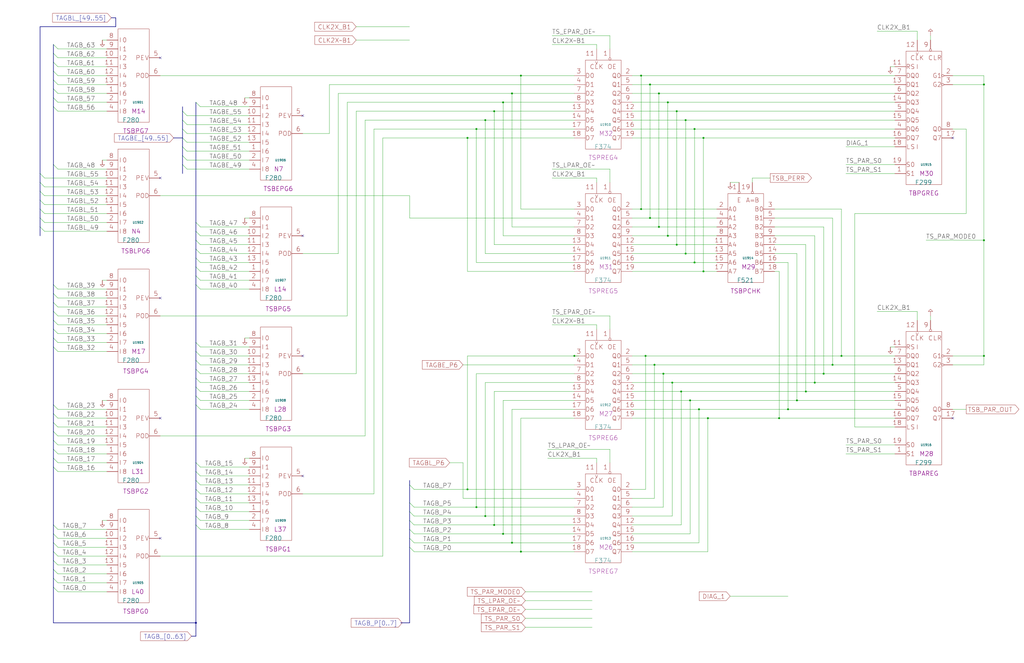
<source format=kicad_sch>
(kicad_sch (version 20211123) (generator eeschema)
  (paper "User" 584.2 378.46)
  (title_block (title "TAGBCOMP\\nPARITY") (date "08-MAR-90") (rev "0.0") (comment 1 "MEM32 BOARD") (comment 2 "232-003066") (comment 3 "S400") (comment 4 "RELEASED"))
  (bus (pts (xy 104.14 60.96) (xy 104.14 63.5)))
  (bus (pts (xy 104.14 63.5) (xy 104.14 68.58)))
  (bus (pts (xy 104.14 68.58) (xy 104.14 73.66)))
  (bus (pts (xy 104.14 73.66) (xy 104.14 78.74)))
  (bus (pts (xy 104.14 78.74) (xy 104.14 83.82)))
  (bus (pts (xy 104.14 83.82) (xy 104.14 88.9)))
  (bus (pts (xy 104.14 88.9) (xy 104.14 93.98)))
  (bus (pts (xy 104.14 93.98) (xy 104.14 99.06)))
  (bus (pts (xy 109.22 363.22) (xy 111.76 363.22)))
  (bus (pts (xy 111.76 127) (xy 111.76 132.08)))
  (bus (pts (xy 111.76 132.08) (xy 111.76 137.16)))
  (bus (pts (xy 111.76 137.16) (xy 111.76 142.24)))
  (bus (pts (xy 111.76 142.24) (xy 111.76 147.32)))
  (bus (pts (xy 111.76 147.32) (xy 111.76 152.4)))
  (bus (pts (xy 111.76 152.4) (xy 111.76 157.48)))
  (bus (pts (xy 111.76 157.48) (xy 111.76 162.56)))
  (bus (pts (xy 111.76 162.56) (xy 111.76 195.58)))
  (bus (pts (xy 111.76 195.58) (xy 111.76 200.66)))
  (bus (pts (xy 111.76 200.66) (xy 111.76 205.74)))
  (bus (pts (xy 111.76 205.74) (xy 111.76 210.82)))
  (bus (pts (xy 111.76 210.82) (xy 111.76 215.9)))
  (bus (pts (xy 111.76 215.9) (xy 111.76 220.98)))
  (bus (pts (xy 111.76 220.98) (xy 111.76 226.06)))
  (bus (pts (xy 111.76 226.06) (xy 111.76 231.14)))
  (bus (pts (xy 111.76 231.14) (xy 111.76 264.16)))
  (bus (pts (xy 111.76 264.16) (xy 111.76 269.24)))
  (bus (pts (xy 111.76 269.24) (xy 111.76 274.32)))
  (bus (pts (xy 111.76 274.32) (xy 111.76 279.4)))
  (bus (pts (xy 111.76 279.4) (xy 111.76 284.48)))
  (bus (pts (xy 111.76 284.48) (xy 111.76 289.56)))
  (bus (pts (xy 111.76 289.56) (xy 111.76 294.64)))
  (bus (pts (xy 111.76 294.64) (xy 111.76 299.72)))
  (bus (pts (xy 111.76 299.72) (xy 111.76 355.6)))
  (bus (pts (xy 111.76 355.6) (xy 111.76 363.22)))
  (bus (pts (xy 111.76 58.42) (xy 111.76 127)))
  (bus (pts (xy 22.86 104.14) (xy 22.86 109.22)))
  (bus (pts (xy 22.86 109.22) (xy 22.86 114.3)))
  (bus (pts (xy 22.86 114.3) (xy 22.86 119.38)))
  (bus (pts (xy 22.86 119.38) (xy 22.86 124.46)))
  (bus (pts (xy 22.86 124.46) (xy 22.86 129.54)))
  (bus (pts (xy 22.86 129.54) (xy 22.86 134.62)))
  (bus (pts (xy 22.86 15.24) (xy 22.86 99.06)))
  (bus (pts (xy 22.86 99.06) (xy 22.86 104.14)))
  (bus (pts (xy 228.6 355.6) (xy 233.68 355.6)))
  (bus (pts (xy 233.68 274.32) (xy 233.68 276.86)))
  (bus (pts (xy 233.68 276.86) (xy 233.68 287.02)))
  (bus (pts (xy 233.68 287.02) (xy 233.68 292.1)))
  (bus (pts (xy 233.68 292.1) (xy 233.68 297.18)))
  (bus (pts (xy 233.68 297.18) (xy 233.68 302.26)))
  (bus (pts (xy 233.68 302.26) (xy 233.68 307.34)))
  (bus (pts (xy 233.68 307.34) (xy 233.68 312.42)))
  (bus (pts (xy 233.68 312.42) (xy 233.68 355.6)))
  (bus (pts (xy 30.48 162.56) (xy 30.48 167.64)))
  (bus (pts (xy 30.48 167.64) (xy 30.48 172.72)))
  (bus (pts (xy 30.48 172.72) (xy 30.48 177.8)))
  (bus (pts (xy 30.48 177.8) (xy 30.48 182.88)))
  (bus (pts (xy 30.48 182.88) (xy 30.48 187.96)))
  (bus (pts (xy 30.48 187.96) (xy 30.48 193.04)))
  (bus (pts (xy 30.48 193.04) (xy 30.48 198.12)))
  (bus (pts (xy 30.48 198.12) (xy 30.48 231.14)))
  (bus (pts (xy 30.48 231.14) (xy 30.48 236.22)))
  (bus (pts (xy 30.48 236.22) (xy 30.48 241.3)))
  (bus (pts (xy 30.48 241.3) (xy 30.48 246.38)))
  (bus (pts (xy 30.48 246.38) (xy 30.48 251.46)))
  (bus (pts (xy 30.48 25.4) (xy 30.48 30.48)))
  (bus (pts (xy 30.48 251.46) (xy 30.48 256.54)))
  (bus (pts (xy 30.48 256.54) (xy 30.48 261.62)))
  (bus (pts (xy 30.48 261.62) (xy 30.48 266.7)))
  (bus (pts (xy 30.48 266.7) (xy 30.48 299.72)))
  (bus (pts (xy 30.48 299.72) (xy 30.48 304.8)))
  (bus (pts (xy 30.48 30.48) (xy 30.48 35.56)))
  (bus (pts (xy 30.48 304.8) (xy 30.48 309.88)))
  (bus (pts (xy 30.48 309.88) (xy 30.48 314.96)))
  (bus (pts (xy 30.48 314.96) (xy 30.48 320.04)))
  (bus (pts (xy 30.48 320.04) (xy 30.48 325.12)))
  (bus (pts (xy 30.48 325.12) (xy 30.48 330.2)))
  (bus (pts (xy 30.48 330.2) (xy 30.48 335.28)))
  (bus (pts (xy 30.48 335.28) (xy 30.48 355.6)))
  (bus (pts (xy 30.48 35.56) (xy 30.48 40.64)))
  (bus (pts (xy 30.48 355.6) (xy 111.76 355.6)))
  (bus (pts (xy 30.48 40.64) (xy 30.48 45.72)))
  (bus (pts (xy 30.48 45.72) (xy 30.48 50.8)))
  (bus (pts (xy 30.48 50.8) (xy 30.48 55.88)))
  (bus (pts (xy 30.48 55.88) (xy 30.48 60.96)))
  (bus (pts (xy 30.48 60.96) (xy 30.48 93.98)))
  (bus (pts (xy 30.48 93.98) (xy 30.48 162.56)))
  (bus (pts (xy 63.5 10.16) (xy 66.04 10.16)))
  (bus (pts (xy 66.04 10.16) (xy 66.04 15.24)))
  (bus (pts (xy 66.04 15.24) (xy 22.86 15.24)))
  (bus (pts (xy 99.06 78.74) (xy 104.14 78.74)))
  (wire (pts (xy 106.68 66.04) (xy 142.24 66.04)))
  (wire (pts (xy 106.68 71.12) (xy 142.24 71.12)))
  (wire (pts (xy 106.68 76.2) (xy 142.24 76.2)))
  (wire (pts (xy 106.68 81.28) (xy 142.24 81.28)))
  (wire (pts (xy 106.68 86.36) (xy 142.24 86.36)))
  (wire (pts (xy 106.68 91.44) (xy 142.24 91.44)))
  (wire (pts (xy 106.68 96.52) (xy 142.24 96.52)))
  (wire (pts (xy 114.3 129.54) (xy 142.24 129.54)))
  (wire (pts (xy 114.3 134.62) (xy 142.24 134.62)))
  (wire (pts (xy 114.3 139.7) (xy 142.24 139.7)))
  (wire (pts (xy 114.3 144.78) (xy 142.24 144.78)))
  (wire (pts (xy 114.3 149.86) (xy 142.24 149.86)))
  (wire (pts (xy 114.3 154.94) (xy 142.24 154.94)))
  (wire (pts (xy 114.3 160.02) (xy 142.24 160.02)))
  (wire (pts (xy 114.3 165.1) (xy 142.24 165.1)))
  (wire (pts (xy 114.3 198.12) (xy 142.24 198.12)))
  (wire (pts (xy 114.3 203.2) (xy 142.24 203.2)))
  (wire (pts (xy 114.3 208.28) (xy 142.24 208.28)))
  (wire (pts (xy 114.3 213.36) (xy 142.24 213.36)))
  (wire (pts (xy 114.3 218.44) (xy 142.24 218.44)))
  (wire (pts (xy 114.3 223.52) (xy 142.24 223.52)))
  (wire (pts (xy 114.3 228.6) (xy 142.24 228.6)))
  (wire (pts (xy 114.3 233.68) (xy 142.24 233.68)))
  (wire (pts (xy 114.3 266.7) (xy 142.24 266.7)))
  (wire (pts (xy 114.3 271.78) (xy 142.24 271.78)))
  (wire (pts (xy 114.3 276.86) (xy 142.24 276.86)))
  (wire (pts (xy 114.3 281.94) (xy 142.24 281.94)))
  (wire (pts (xy 114.3 287.02) (xy 142.24 287.02)))
  (wire (pts (xy 114.3 292.1) (xy 142.24 292.1)))
  (wire (pts (xy 114.3 297.18) (xy 142.24 297.18)))
  (wire (pts (xy 114.3 302.26) (xy 142.24 302.26)))
  (wire (pts (xy 114.3 60.96) (xy 142.24 60.96)))
  (wire (pts (xy 139.7 124.46) (xy 142.24 124.46)))
  (wire (pts (xy 139.7 193.04) (xy 142.24 193.04)))
  (wire (pts (xy 139.7 261.62) (xy 142.24 261.62)))
  (wire (pts (xy 139.7 55.88) (xy 142.24 55.88)))
  (wire (pts (xy 172.72 144.78) (xy 193.04 144.78)))
  (wire (pts (xy 172.72 213.36) (xy 203.2 213.36)))
  (wire (pts (xy 172.72 281.94) (xy 213.36 281.94)))
  (wire (pts (xy 172.72 76.2) (xy 187.96 76.2)))
  (wire (pts (xy 187.96 48.26) (xy 327.66 48.26)))
  (wire (pts (xy 187.96 76.2) (xy 187.96 48.26)))
  (wire (pts (xy 193.04 144.78) (xy 193.04 53.34)))
  (wire (pts (xy 193.04 53.34) (xy 292.1 53.34)))
  (wire (pts (xy 198.12 180.34) (xy 198.12 58.42)))
  (wire (pts (xy 198.12 58.42) (xy 287.02 58.42)))
  (wire (pts (xy 203.2 15.24) (xy 233.68 15.24)))
  (wire (pts (xy 203.2 213.36) (xy 203.2 63.5)))
  (wire (pts (xy 203.2 22.86) (xy 233.68 22.86)))
  (wire (pts (xy 203.2 63.5) (xy 281.94 63.5)))
  (wire (pts (xy 208.28 248.92) (xy 208.28 68.58)))
  (wire (pts (xy 208.28 68.58) (xy 276.86 68.58)))
  (wire (pts (xy 213.36 281.94) (xy 213.36 73.66)))
  (wire (pts (xy 213.36 73.66) (xy 271.78 73.66)))
  (wire (pts (xy 218.44 317.5) (xy 218.44 78.74)))
  (wire (pts (xy 218.44 78.74) (xy 266.7 78.74)))
  (wire (pts (xy 233.68 111.76) (xy 233.68 124.46)))
  (wire (pts (xy 233.68 124.46) (xy 327.66 124.46)))
  (wire (pts (xy 236.22 279.4) (xy 266.7 279.4)))
  (wire (pts (xy 236.22 289.56) (xy 271.78 289.56)))
  (wire (pts (xy 236.22 294.64) (xy 276.86 294.64)))
  (wire (pts (xy 236.22 299.72) (xy 281.94 299.72)))
  (wire (pts (xy 236.22 304.8) (xy 287.02 304.8)))
  (wire (pts (xy 236.22 309.88) (xy 292.1 309.88)))
  (wire (pts (xy 236.22 314.96) (xy 297.18 314.96)))
  (wire (pts (xy 25.4 101.6) (xy 60.96 101.6)))
  (wire (pts (xy 25.4 106.68) (xy 60.96 106.68)))
  (wire (pts (xy 25.4 111.76) (xy 60.96 111.76)))
  (wire (pts (xy 25.4 116.84) (xy 60.96 116.84)))
  (wire (pts (xy 25.4 121.92) (xy 60.96 121.92)))
  (wire (pts (xy 25.4 127) (xy 60.96 127)))
  (wire (pts (xy 25.4 132.08) (xy 60.96 132.08)))
  (wire (pts (xy 256.54 264.16) (xy 264.16 264.16)))
  (wire (pts (xy 264.16 208.28) (xy 327.66 208.28)))
  (wire (pts (xy 264.16 264.16) (xy 264.16 284.48)))
  (wire (pts (xy 264.16 284.48) (xy 327.66 284.48)))
  (wire (pts (xy 266.7 154.94) (xy 266.7 78.74)))
  (wire (pts (xy 266.7 203.2) (xy 266.7 279.4)))
  (wire (pts (xy 266.7 279.4) (xy 327.66 279.4)))
  (wire (pts (xy 266.7 78.74) (xy 327.66 78.74)))
  (wire (pts (xy 271.78 149.86) (xy 327.66 149.86)))
  (wire (pts (xy 271.78 213.36) (xy 327.66 213.36)))
  (wire (pts (xy 271.78 289.56) (xy 271.78 213.36)))
  (wire (pts (xy 271.78 289.56) (xy 327.66 289.56)))
  (wire (pts (xy 271.78 73.66) (xy 271.78 149.86)))
  (wire (pts (xy 271.78 73.66) (xy 327.66 73.66)))
  (wire (pts (xy 276.86 144.78) (xy 276.86 68.58)))
  (wire (pts (xy 276.86 218.44) (xy 276.86 294.64)))
  (wire (pts (xy 276.86 294.64) (xy 327.66 294.64)))
  (wire (pts (xy 276.86 68.58) (xy 327.66 68.58)))
  (wire (pts (xy 281.94 139.7) (xy 327.66 139.7)))
  (wire (pts (xy 281.94 223.52) (xy 327.66 223.52)))
  (wire (pts (xy 281.94 299.72) (xy 281.94 223.52)))
  (wire (pts (xy 281.94 299.72) (xy 327.66 299.72)))
  (wire (pts (xy 281.94 63.5) (xy 281.94 139.7)))
  (wire (pts (xy 281.94 63.5) (xy 327.66 63.5)))
  (wire (pts (xy 287.02 134.62) (xy 287.02 58.42)))
  (wire (pts (xy 287.02 228.6) (xy 287.02 304.8)))
  (wire (pts (xy 287.02 304.8) (xy 327.66 304.8)))
  (wire (pts (xy 287.02 58.42) (xy 327.66 58.42)))
  (wire (pts (xy 292.1 129.54) (xy 327.66 129.54)))
  (wire (pts (xy 292.1 233.68) (xy 327.66 233.68)))
  (wire (pts (xy 292.1 309.88) (xy 292.1 233.68)))
  (wire (pts (xy 292.1 309.88) (xy 327.66 309.88)))
  (wire (pts (xy 292.1 53.34) (xy 292.1 129.54)))
  (wire (pts (xy 292.1 53.34) (xy 327.66 53.34)))
  (wire (pts (xy 297.18 119.38) (xy 297.18 43.18)))
  (wire (pts (xy 297.18 238.76) (xy 297.18 314.96)))
  (wire (pts (xy 297.18 314.96) (xy 327.66 314.96)))
  (wire (pts (xy 297.18 43.18) (xy 327.66 43.18)))
  (wire (pts (xy 299.72 337.82) (xy 337.82 337.82)))
  (wire (pts (xy 299.72 342.9) (xy 337.82 342.9)))
  (wire (pts (xy 299.72 347.98) (xy 337.82 347.98)))
  (wire (pts (xy 299.72 353.06) (xy 337.82 353.06)))
  (wire (pts (xy 299.72 358.14) (xy 337.82 358.14)))
  (wire (pts (xy 312.42 256.54) (xy 347.98 256.54)))
  (wire (pts (xy 312.42 261.62) (xy 340.36 261.62)))
  (wire (pts (xy 314.96 101.6) (xy 340.36 101.6)))
  (wire (pts (xy 314.96 180.34) (xy 347.98 180.34)))
  (wire (pts (xy 314.96 185.42) (xy 340.36 185.42)))
  (wire (pts (xy 314.96 20.32) (xy 347.98 20.32)))
  (wire (pts (xy 314.96 25.4) (xy 340.36 25.4)))
  (wire (pts (xy 314.96 96.52) (xy 347.98 96.52)))
  (wire (pts (xy 327.66 119.38) (xy 297.18 119.38)))
  (wire (pts (xy 327.66 134.62) (xy 287.02 134.62)))
  (wire (pts (xy 327.66 144.78) (xy 276.86 144.78)))
  (wire (pts (xy 327.66 154.94) (xy 266.7 154.94)))
  (wire (pts (xy 327.66 203.2) (xy 266.7 203.2)))
  (wire (pts (xy 327.66 218.44) (xy 276.86 218.44)))
  (wire (pts (xy 327.66 228.6) (xy 287.02 228.6)))
  (wire (pts (xy 327.66 238.76) (xy 297.18 238.76)))
  (wire (pts (xy 33.02 165.1) (xy 60.96 165.1)))
  (wire (pts (xy 33.02 170.18) (xy 60.96 170.18)))
  (wire (pts (xy 33.02 175.26) (xy 60.96 175.26)))
  (wire (pts (xy 33.02 180.34) (xy 60.96 180.34)))
  (wire (pts (xy 33.02 185.42) (xy 60.96 185.42)))
  (wire (pts (xy 33.02 190.5) (xy 60.96 190.5)))
  (wire (pts (xy 33.02 195.58) (xy 60.96 195.58)))
  (wire (pts (xy 33.02 200.66) (xy 60.96 200.66)))
  (wire (pts (xy 33.02 233.68) (xy 60.96 233.68)))
  (wire (pts (xy 33.02 238.76) (xy 60.96 238.76)))
  (wire (pts (xy 33.02 243.84) (xy 60.96 243.84)))
  (wire (pts (xy 33.02 248.92) (xy 60.96 248.92)))
  (wire (pts (xy 33.02 254) (xy 60.96 254)))
  (wire (pts (xy 33.02 259.08) (xy 60.96 259.08)))
  (wire (pts (xy 33.02 264.16) (xy 60.96 264.16)))
  (wire (pts (xy 33.02 269.24) (xy 60.96 269.24)))
  (wire (pts (xy 33.02 27.94) (xy 60.96 27.94)))
  (wire (pts (xy 33.02 302.26) (xy 60.96 302.26)))
  (wire (pts (xy 33.02 307.34) (xy 60.96 307.34)))
  (wire (pts (xy 33.02 312.42) (xy 60.96 312.42)))
  (wire (pts (xy 33.02 317.5) (xy 60.96 317.5)))
  (wire (pts (xy 33.02 322.58) (xy 60.96 322.58)))
  (wire (pts (xy 33.02 327.66) (xy 60.96 327.66)))
  (wire (pts (xy 33.02 33.02) (xy 60.96 33.02)))
  (wire (pts (xy 33.02 332.74) (xy 60.96 332.74)))
  (wire (pts (xy 33.02 337.82) (xy 60.96 337.82)))
  (wire (pts (xy 33.02 38.1) (xy 60.96 38.1)))
  (wire (pts (xy 33.02 43.18) (xy 60.96 43.18)))
  (wire (pts (xy 33.02 48.26) (xy 60.96 48.26)))
  (wire (pts (xy 33.02 53.34) (xy 60.96 53.34)))
  (wire (pts (xy 33.02 58.42) (xy 60.96 58.42)))
  (wire (pts (xy 33.02 63.5) (xy 60.96 63.5)))
  (wire (pts (xy 33.02 96.52) (xy 60.96 96.52)))
  (wire (pts (xy 330.2 203.2) (xy 327.66 203.2)))
  (wire (pts (xy 340.36 101.6) (xy 340.36 104.14)))
  (wire (pts (xy 340.36 185.42) (xy 340.36 187.96)))
  (wire (pts (xy 340.36 25.4) (xy 340.36 27.94)))
  (wire (pts (xy 340.36 261.62) (xy 340.36 264.16)))
  (wire (pts (xy 347.98 180.34) (xy 347.98 187.96)))
  (wire (pts (xy 347.98 20.32) (xy 347.98 27.94)))
  (wire (pts (xy 347.98 256.54) (xy 347.98 264.16)))
  (wire (pts (xy 347.98 96.52) (xy 347.98 104.14)))
  (wire (pts (xy 360.68 119.38) (xy 365.76 119.38)))
  (wire (pts (xy 360.68 124.46) (xy 370.84 124.46)))
  (wire (pts (xy 360.68 129.54) (xy 375.92 129.54)))
  (wire (pts (xy 360.68 134.62) (xy 381 134.62)))
  (wire (pts (xy 360.68 139.7) (xy 386.08 139.7)))
  (wire (pts (xy 360.68 144.78) (xy 391.16 144.78)))
  (wire (pts (xy 360.68 149.86) (xy 396.24 149.86)))
  (wire (pts (xy 360.68 154.94) (xy 401.32 154.94)))
  (wire (pts (xy 360.68 203.2) (xy 368.3 203.2)))
  (wire (pts (xy 360.68 208.28) (xy 373.38 208.28)))
  (wire (pts (xy 360.68 213.36) (xy 378.46 213.36)))
  (wire (pts (xy 360.68 218.44) (xy 383.54 218.44)))
  (wire (pts (xy 360.68 223.52) (xy 388.62 223.52)))
  (wire (pts (xy 360.68 228.6) (xy 393.7 228.6)))
  (wire (pts (xy 360.68 233.68) (xy 398.78 233.68)))
  (wire (pts (xy 360.68 238.76) (xy 403.86 238.76)))
  (wire (pts (xy 360.68 284.48) (xy 373.38 284.48)))
  (wire (pts (xy 360.68 294.64) (xy 383.54 294.64)))
  (wire (pts (xy 360.68 304.8) (xy 393.7 304.8)))
  (wire (pts (xy 360.68 314.96) (xy 403.86 314.96)))
  (wire (pts (xy 360.68 43.18) (xy 365.76 43.18)))
  (wire (pts (xy 360.68 48.26) (xy 370.84 48.26)))
  (wire (pts (xy 360.68 53.34) (xy 375.92 53.34)))
  (wire (pts (xy 360.68 58.42) (xy 381 58.42)))
  (wire (pts (xy 360.68 63.5) (xy 386.08 63.5)))
  (wire (pts (xy 360.68 68.58) (xy 391.16 68.58)))
  (wire (pts (xy 360.68 73.66) (xy 396.24 73.66)))
  (wire (pts (xy 360.68 78.74) (xy 401.32 78.74)))
  (wire (pts (xy 365.76 119.38) (xy 408.94 119.38)))
  (wire (pts (xy 365.76 43.18) (xy 365.76 119.38)))
  (wire (pts (xy 365.76 43.18) (xy 510.54 43.18)))
  (wire (pts (xy 368.3 203.2) (xy 368.3 279.4)))
  (wire (pts (xy 368.3 203.2) (xy 480.06 203.2)))
  (wire (pts (xy 368.3 279.4) (xy 360.68 279.4)))
  (wire (pts (xy 370.84 124.46) (xy 408.94 124.46)))
  (wire (pts (xy 370.84 48.26) (xy 370.84 124.46)))
  (wire (pts (xy 370.84 48.26) (xy 510.54 48.26)))
  (wire (pts (xy 373.38 208.28) (xy 474.98 208.28)))
  (wire (pts (xy 373.38 284.48) (xy 373.38 208.28)))
  (wire (pts (xy 375.92 129.54) (xy 408.94 129.54)))
  (wire (pts (xy 375.92 53.34) (xy 375.92 129.54)))
  (wire (pts (xy 375.92 53.34) (xy 510.54 53.34)))
  (wire (pts (xy 378.46 213.36) (xy 378.46 289.56)))
  (wire (pts (xy 378.46 213.36) (xy 469.9 213.36)))
  (wire (pts (xy 378.46 289.56) (xy 360.68 289.56)))
  (wire (pts (xy 381 134.62) (xy 408.94 134.62)))
  (wire (pts (xy 381 58.42) (xy 381 134.62)))
  (wire (pts (xy 381 58.42) (xy 510.54 58.42)))
  (wire (pts (xy 383.54 218.44) (xy 464.82 218.44)))
  (wire (pts (xy 383.54 294.64) (xy 383.54 218.44)))
  (wire (pts (xy 386.08 139.7) (xy 408.94 139.7)))
  (wire (pts (xy 386.08 63.5) (xy 386.08 139.7)))
  (wire (pts (xy 386.08 63.5) (xy 510.54 63.5)))
  (wire (pts (xy 388.62 223.52) (xy 388.62 299.72)))
  (wire (pts (xy 388.62 223.52) (xy 459.74 223.52)))
  (wire (pts (xy 388.62 299.72) (xy 360.68 299.72)))
  (wire (pts (xy 391.16 144.78) (xy 408.94 144.78)))
  (wire (pts (xy 391.16 68.58) (xy 391.16 144.78)))
  (wire (pts (xy 391.16 68.58) (xy 510.54 68.58)))
  (wire (pts (xy 393.7 228.6) (xy 454.66 228.6)))
  (wire (pts (xy 393.7 304.8) (xy 393.7 228.6)))
  (wire (pts (xy 396.24 149.86) (xy 408.94 149.86)))
  (wire (pts (xy 396.24 73.66) (xy 396.24 149.86)))
  (wire (pts (xy 396.24 73.66) (xy 510.54 73.66)))
  (wire (pts (xy 398.78 233.68) (xy 398.78 309.88)))
  (wire (pts (xy 398.78 233.68) (xy 449.58 233.68)))
  (wire (pts (xy 398.78 309.88) (xy 360.68 309.88)))
  (wire (pts (xy 401.32 154.94) (xy 408.94 154.94)))
  (wire (pts (xy 401.32 78.74) (xy 401.32 154.94)))
  (wire (pts (xy 401.32 78.74) (xy 510.54 78.74)))
  (wire (pts (xy 403.86 238.76) (xy 444.5 238.76)))
  (wire (pts (xy 403.86 314.96) (xy 403.86 238.76)))
  (wire (pts (xy 416.56 104.14) (xy 421.64 104.14)))
  (wire (pts (xy 416.56 340.36) (xy 449.58 340.36)))
  (wire (pts (xy 429.26 101.6) (xy 429.26 104.14)))
  (wire (pts (xy 439.42 101.6) (xy 429.26 101.6)))
  (wire (pts (xy 441.96 124.46) (xy 474.98 124.46)))
  (wire (pts (xy 441.96 134.62) (xy 464.82 134.62)))
  (wire (pts (xy 441.96 144.78) (xy 454.66 144.78)))
  (wire (pts (xy 441.96 154.94) (xy 444.5 154.94)))
  (wire (pts (xy 444.5 154.94) (xy 444.5 238.76)))
  (wire (pts (xy 444.5 238.76) (xy 510.54 238.76)))
  (wire (pts (xy 449.58 149.86) (xy 441.96 149.86)))
  (wire (pts (xy 449.58 233.68) (xy 449.58 149.86)))
  (wire (pts (xy 449.58 233.68) (xy 510.54 233.68)))
  (wire (pts (xy 454.66 144.78) (xy 454.66 228.6)))
  (wire (pts (xy 454.66 228.6) (xy 510.54 228.6)))
  (wire (pts (xy 459.74 139.7) (xy 441.96 139.7)))
  (wire (pts (xy 459.74 223.52) (xy 459.74 139.7)))
  (wire (pts (xy 459.74 223.52) (xy 510.54 223.52)))
  (wire (pts (xy 464.82 134.62) (xy 464.82 218.44)))
  (wire (pts (xy 464.82 218.44) (xy 510.54 218.44)))
  (wire (pts (xy 469.9 129.54) (xy 441.96 129.54)))
  (wire (pts (xy 469.9 213.36) (xy 469.9 129.54)))
  (wire (pts (xy 469.9 213.36) (xy 510.54 213.36)))
  (wire (pts (xy 474.98 124.46) (xy 474.98 208.28)))
  (wire (pts (xy 474.98 208.28) (xy 510.54 208.28)))
  (wire (pts (xy 480.06 119.38) (xy 441.96 119.38)))
  (wire (pts (xy 480.06 203.2) (xy 480.06 119.38)))
  (wire (pts (xy 480.06 203.2) (xy 510.54 203.2)))
  (wire (pts (xy 482.6 254) (xy 510.54 254)))
  (wire (pts (xy 482.6 259.08) (xy 510.54 259.08)))
  (wire (pts (xy 482.6 83.82) (xy 510.54 83.82)))
  (wire (pts (xy 482.6 93.98) (xy 510.54 93.98)))
  (wire (pts (xy 482.6 99.06) (xy 510.54 99.06)))
  (wire (pts (xy 487.68 121.92) (xy 551.18 121.92)))
  (wire (pts (xy 487.68 243.84) (xy 487.68 121.92)))
  (wire (pts (xy 500.38 17.78) (xy 523.24 17.78)))
  (wire (pts (xy 500.38 177.8) (xy 523.24 177.8)))
  (wire (pts (xy 508 198.12) (xy 510.54 198.12)))
  (wire (pts (xy 508 38.1) (xy 510.54 38.1)))
  (wire (pts (xy 510.54 243.84) (xy 487.68 243.84)))
  (wire (pts (xy 523.24 17.78) (xy 523.24 22.86)))
  (wire (pts (xy 523.24 177.8) (xy 523.24 182.88)))
  (wire (pts (xy 528.32 137.16) (xy 561.34 137.16)))
  (wire (pts (xy 530.86 180.34) (xy 530.86 182.88)))
  (wire (pts (xy 530.86 20.32) (xy 530.86 22.86)))
  (wire (pts (xy 543.56 203.2) (xy 561.34 203.2)))
  (wire (pts (xy 543.56 233.68) (xy 551.18 233.68)))
  (wire (pts (xy 543.56 43.18) (xy 561.34 43.18)))
  (wire (pts (xy 543.56 48.26) (xy 561.34 48.26)))
  (wire (pts (xy 551.18 121.92) (xy 551.18 73.66)))
  (wire (pts (xy 551.18 73.66) (xy 543.56 73.66)))
  (wire (pts (xy 561.34 137.16) (xy 561.34 203.2)))
  (wire (pts (xy 561.34 203.2) (xy 561.34 208.28)))
  (wire (pts (xy 561.34 208.28) (xy 543.56 208.28)))
  (wire (pts (xy 561.34 43.18) (xy 561.34 48.26)))
  (wire (pts (xy 561.34 48.26) (xy 561.34 137.16)))
  (wire (pts (xy 58.42 160.02) (xy 60.96 160.02)))
  (wire (pts (xy 58.42 22.86) (xy 60.96 22.86)))
  (wire (pts (xy 58.42 228.6) (xy 60.96 228.6)))
  (wire (pts (xy 58.42 297.18) (xy 60.96 297.18)))
  (wire (pts (xy 58.42 91.44) (xy 60.96 91.44)))
  (wire (pts (xy 91.44 111.76) (xy 233.68 111.76)))
  (wire (pts (xy 91.44 180.34) (xy 198.12 180.34)))
  (wire (pts (xy 91.44 248.92) (xy 208.28 248.92)))
  (wire (pts (xy 91.44 317.5) (xy 218.44 317.5)))
  (wire (pts (xy 91.44 43.18) (xy 297.18 43.18)))
  (bus_entry (at 22.86 99.06) (size 2.54 2.54))
  (bus_entry (at 22.86 104.14) (size 2.54 2.54))
  (bus_entry (at 22.86 109.22) (size 2.54 2.54))
  (bus_entry (at 22.86 114.3) (size 2.54 2.54))
  (bus_entry (at 22.86 119.38) (size 2.54 2.54))
  (bus_entry (at 22.86 124.46) (size 2.54 2.54))
  (bus_entry (at 22.86 129.54) (size 2.54 2.54))
  (bus_entry (at 30.48 25.4) (size 2.54 2.54))
  (bus_entry (at 30.48 30.48) (size 2.54 2.54))
  (bus_entry (at 30.48 35.56) (size 2.54 2.54))
  (bus_entry (at 30.48 40.64) (size 2.54 2.54))
  (bus_entry (at 30.48 45.72) (size 2.54 2.54))
  (bus_entry (at 30.48 50.8) (size 2.54 2.54))
  (bus_entry (at 30.48 55.88) (size 2.54 2.54))
  (bus_entry (at 30.48 60.96) (size 2.54 2.54))
  (bus_entry (at 30.48 93.98) (size 2.54 2.54))
  (bus_entry (at 30.48 162.56) (size 2.54 2.54))
  (bus_entry (at 30.48 167.64) (size 2.54 2.54))
  (bus_entry (at 30.48 172.72) (size 2.54 2.54))
  (bus_entry (at 30.48 177.8) (size 2.54 2.54))
  (bus_entry (at 30.48 182.88) (size 2.54 2.54))
  (bus_entry (at 30.48 187.96) (size 2.54 2.54))
  (bus_entry (at 30.48 193.04) (size 2.54 2.54))
  (bus_entry (at 30.48 198.12) (size 2.54 2.54))
  (bus_entry (at 30.48 231.14) (size 2.54 2.54))
  (bus_entry (at 30.48 236.22) (size 2.54 2.54))
  (bus_entry (at 30.48 241.3) (size 2.54 2.54))
  (bus_entry (at 30.48 246.38) (size 2.54 2.54))
  (bus_entry (at 30.48 251.46) (size 2.54 2.54))
  (bus_entry (at 30.48 256.54) (size 2.54 2.54))
  (bus_entry (at 30.48 261.62) (size 2.54 2.54))
  (bus_entry (at 30.48 266.7) (size 2.54 2.54))
  (bus_entry (at 30.48 299.72) (size 2.54 2.54))
  (bus_entry (at 30.48 304.8) (size 2.54 2.54))
  (bus_entry (at 30.48 309.88) (size 2.54 2.54))
  (bus_entry (at 30.48 314.96) (size 2.54 2.54))
  (bus_entry (at 30.48 320.04) (size 2.54 2.54))
  (bus_entry (at 30.48 325.12) (size 2.54 2.54))
  (bus_entry (at 30.48 330.2) (size 2.54 2.54))
  (bus_entry (at 30.48 335.28) (size 2.54 2.54))
  (label "TAGB_7" (at 35.56 302.26 0) (effects (font (size 2.54 2.54))))
  (label "TAGB_6" (at 35.56 307.34 0) (effects (font (size 2.54 2.54))))
  (label "TAGB_5" (at 35.56 312.42 0) (effects (font (size 2.54 2.54))))
  (label "TAGB_4" (at 35.56 317.5 0) (effects (font (size 2.54 2.54))))
  (label "TAGB_3" (at 35.56 322.58 0) (effects (font (size 2.54 2.54))))
  (label "TAGB_2" (at 35.56 327.66 0) (effects (font (size 2.54 2.54))))
  (label "TAGB_1" (at 35.56 332.74 0) (effects (font (size 2.54 2.54))))
  (label "TAGB_0" (at 35.56 337.82 0) (effects (font (size 2.54 2.54))))
  (label "TAGB_63" (at 38.1 27.94 0) (effects (font (size 2.54 2.54))))
  (label "TAGB_62" (at 38.1 33.02 0) (effects (font (size 2.54 2.54))))
  (label "TAGB_61" (at 38.1 38.1 0) (effects (font (size 2.54 2.54))))
  (label "TAGB_60" (at 38.1 43.18 0) (effects (font (size 2.54 2.54))))
  (label "TAGB_59" (at 38.1 48.26 0) (effects (font (size 2.54 2.54))))
  (label "TAGB_58" (at 38.1 53.34 0) (effects (font (size 2.54 2.54))))
  (label "TAGB_57" (at 38.1 58.42 0) (effects (font (size 2.54 2.54))))
  (label "TAGB_56" (at 38.1 63.5 0) (effects (font (size 2.54 2.54))))
  (label "TAGB_48" (at 38.1 96.52 0) (effects (font (size 2.54 2.54))))
  (label "TAGBL_55" (at 38.1 101.6 0) (effects (font (size 2.54 2.54))))
  (label "TAGBL_54" (at 38.1 106.68 0) (effects (font (size 2.54 2.54))))
  (label "TAGBL_53" (at 38.1 111.76 0) (effects (font (size 2.54 2.54))))
  (label "TAGBL_52" (at 38.1 116.84 0) (effects (font (size 2.54 2.54))))
  (label "TAGBL_51" (at 38.1 121.92 0) (effects (font (size 2.54 2.54))))
  (label "TAGBL_50" (at 38.1 127 0) (effects (font (size 2.54 2.54))))
  (label "TAGBL_49" (at 38.1 132.08 0) (effects (font (size 2.54 2.54))))
  (label "TAGB_39" (at 38.1 165.1 0) (effects (font (size 2.54 2.54))))
  (label "TAGB_38" (at 38.1 170.18 0) (effects (font (size 2.54 2.54))))
  (label "TAGB_37" (at 38.1 175.26 0) (effects (font (size 2.54 2.54))))
  (label "TAGB_36" (at 38.1 180.34 0) (effects (font (size 2.54 2.54))))
  (label "TAGB_35" (at 38.1 185.42 0) (effects (font (size 2.54 2.54))))
  (label "TAGB_34" (at 38.1 190.5 0) (effects (font (size 2.54 2.54))))
  (label "TAGB_33" (at 38.1 195.58 0) (effects (font (size 2.54 2.54))))
  (label "TAGB_32" (at 38.1 200.66 0) (effects (font (size 2.54 2.54))))
  (label "TAGB_23" (at 38.1 233.68 0) (effects (font (size 2.54 2.54))))
  (label "TAGB_22" (at 38.1 238.76 0) (effects (font (size 2.54 2.54))))
  (label "TAGB_21" (at 38.1 243.84 0) (effects (font (size 2.54 2.54))))
  (label "TAGB_20" (at 38.1 248.92 0) (effects (font (size 2.54 2.54))))
  (label "TAGB_19" (at 38.1 254 0) (effects (font (size 2.54 2.54))))
  (label "TAGB_18" (at 38.1 259.08 0) (effects (font (size 2.54 2.54))))
  (label "TAGB_17" (at 38.1 264.16 0) (effects (font (size 2.54 2.54))))
  (label "TAGB_16" (at 38.1 269.24 0) (effects (font (size 2.54 2.54))))
  (symbol (lib_id "r1000:PD") (at 58.42 22.86 0) (unit 1) (in_bom no)
    (property "Reference" "#PWR0136" (effects hide))
    (property "Value" "PD" (effects hide))
  )
  (symbol (lib_id "r1000:PD") (at 58.42 91.44 0) (unit 1) (in_bom no)
    (property "Reference" "#PWR0140" (effects hide))
    (property "Value" "PD" (effects hide))
  )
  (symbol (lib_id "r1000:PD") (at 58.42 160.02 0) (unit 1) (in_bom no)
    (property "Reference" "#PWR0139" (effects hide))
    (property "Value" "PD" (effects hide))
  )
  (symbol (lib_id "r1000:PD") (at 58.42 228.6 0) (unit 1) (in_bom no)
    (property "Reference" "#PWR0137" (effects hide))
    (property "Value" "PD" (effects hide))
  )
  (symbol (lib_id "r1000:PD") (at 58.42 297.18 0) (unit 1) (in_bom no)
    (property "Reference" "#PWR0138" (effects hide))
    (property "Value" "PD" (effects hide))
  )
  (global_label "TAGBL_[49..55]" (shape input) (at 63.5 10.16 180) (effects (font (size 2.54 2.54))) (property "Intersheet References" "${INTERSHEET_REFS}" (at 30.0083 10.0013 0) (effects (font (size 2.54 2.54)) (justify right))))
  (symbol (lib_id "r1000:F280") (at 76.2 63.5 0) (unit 1)
    (property "Reference" "U1901" (at 78.74 58.42 0))
    (property "Value" "F280" (at 69.85 68.58 0) (effects (font (size 2.54 2.54)) (justify left)))
    (property "Location" "M14" (at 74.93 63.5 0) (effects (font (size 2.54 2.54)) (justify left)))
    (property "Name" "TSBPG7" (at 77.47 76.2 0) (effects (font (size 2.54 2.54)) (justify bottom)))
  )
  (symbol (lib_id "r1000:F280") (at 76.2 132.08 0) (unit 1)
    (property "Reference" "U1902" (at 78.74 127 0))
    (property "Value" "F280" (at 69.85 137.16 0) (effects (font (size 2.54 2.54)) (justify left)))
    (property "Location" "N4" (at 74.93 132.08 0) (effects (font (size 2.54 2.54)) (justify left)))
    (property "Name" "TSBLPG6" (at 77.47 144.78 0) (effects (font (size 2.54 2.54)) (justify bottom)))
  )
  (symbol (lib_id "r1000:F280") (at 76.2 200.66 0) (unit 1)
    (property "Reference" "U1903" (at 78.74 195.58 0))
    (property "Value" "F280" (at 69.85 205.74 0) (effects (font (size 2.54 2.54)) (justify left)))
    (property "Location" "M17" (at 74.93 200.66 0) (effects (font (size 2.54 2.54)) (justify left)))
    (property "Name" "TSBPG4" (at 77.47 213.36 0) (effects (font (size 2.54 2.54)) (justify bottom)))
  )
  (symbol (lib_id "r1000:F280") (at 76.2 269.24 0) (unit 1)
    (property "Reference" "U1904" (at 78.74 264.16 0))
    (property "Value" "F280" (at 69.85 274.32 0) (effects (font (size 2.54 2.54)) (justify left)))
    (property "Location" "L31" (at 74.93 269.24 0) (effects (font (size 2.54 2.54)) (justify left)))
    (property "Name" "TSBPG2" (at 77.47 281.94 0) (effects (font (size 2.54 2.54)) (justify bottom)))
  )
  (symbol (lib_id "r1000:F280") (at 76.2 337.82 0) (unit 1)
    (property "Reference" "U1905" (at 78.74 332.74 0))
    (property "Value" "F280" (at 69.85 342.9 0) (effects (font (size 2.54 2.54)) (justify left)))
    (property "Location" "L40" (at 74.93 337.82 0) (effects (font (size 2.54 2.54)) (justify left)))
    (property "Name" "TSBPG0" (at 77.47 350.52 0) (effects (font (size 2.54 2.54)) (justify bottom)))
  )
  (no_connect (at 91.44 33.02))
  (no_connect (at 91.44 101.6))
  (no_connect (at 91.44 170.18))
  (no_connect (at 91.44 238.76))
  (no_connect (at 91.44 307.34))
  (global_label "TAGBE_[49..55]" (shape input) (at 99.06 78.74 180) (effects (font (size 2.54 2.54))) (property "Intersheet References" "${INTERSHEET_REFS}" (at 65.3264 78.5813 0) (effects (font (size 2.54 2.54)) (justify right))))
  (bus_entry (at 104.14 63.5) (size 2.54 2.54))
  (bus_entry (at 104.14 68.58) (size 2.54 2.54))
  (bus_entry (at 104.14 73.66) (size 2.54 2.54))
  (bus_entry (at 104.14 78.74) (size 2.54 2.54))
  (bus_entry (at 104.14 83.82) (size 2.54 2.54))
  (bus_entry (at 104.14 88.9) (size 2.54 2.54))
  (bus_entry (at 104.14 93.98) (size 2.54 2.54))
  (global_label "TAGB_[0..63]" (shape input) (at 109.22 363.22 180) (effects (font (size 2.54 2.54))) (property "Intersheet References" "${INTERSHEET_REFS}" (at 80.2035 363.0613 0) (effects (font (size 2.54 2.54)) (justify right))))
  (bus_entry (at 111.76 58.42) (size 2.54 2.54))
  (bus_entry (at 111.76 127) (size 2.54 2.54))
  (bus_entry (at 111.76 132.08) (size 2.54 2.54))
  (bus_entry (at 111.76 137.16) (size 2.54 2.54))
  (bus_entry (at 111.76 142.24) (size 2.54 2.54))
  (bus_entry (at 111.76 147.32) (size 2.54 2.54))
  (bus_entry (at 111.76 152.4) (size 2.54 2.54))
  (bus_entry (at 111.76 157.48) (size 2.54 2.54))
  (bus_entry (at 111.76 162.56) (size 2.54 2.54))
  (bus_entry (at 111.76 195.58) (size 2.54 2.54))
  (bus_entry (at 111.76 200.66) (size 2.54 2.54))
  (bus_entry (at 111.76 205.74) (size 2.54 2.54))
  (bus_entry (at 111.76 210.82) (size 2.54 2.54))
  (bus_entry (at 111.76 215.9) (size 2.54 2.54))
  (bus_entry (at 111.76 220.98) (size 2.54 2.54))
  (bus_entry (at 111.76 226.06) (size 2.54 2.54))
  (bus_entry (at 111.76 231.14) (size 2.54 2.54))
  (bus_entry (at 111.76 264.16) (size 2.54 2.54))
  (bus_entry (at 111.76 269.24) (size 2.54 2.54))
  (bus_entry (at 111.76 274.32) (size 2.54 2.54))
  (bus_entry (at 111.76 279.4) (size 2.54 2.54))
  (bus_entry (at 111.76 284.48) (size 2.54 2.54))
  (bus_entry (at 111.76 289.56) (size 2.54 2.54))
  (bus_entry (at 111.76 294.64) (size 2.54 2.54))
  (bus_entry (at 111.76 299.72) (size 2.54 2.54))
  (junction (at 111.76 355.6))
  (label "TAGB_15" (at 116.84 266.7 0) (effects (font (size 2.54 2.54))))
  (label "TAGB_14" (at 116.84 271.78 0) (effects (font (size 2.54 2.54))))
  (label "TAGB_13" (at 116.84 276.86 0) (effects (font (size 2.54 2.54))))
  (label "TAGB_12" (at 116.84 281.94 0) (effects (font (size 2.54 2.54))))
  (label "TAGB_11" (at 116.84 287.02 0) (effects (font (size 2.54 2.54))))
  (label "TAGB_10" (at 116.84 292.1 0) (effects (font (size 2.54 2.54))))
  (label "TAGB_9" (at 116.84 297.18 0) (effects (font (size 2.54 2.54))))
  (label "TAGB_8" (at 116.84 302.26 0) (effects (font (size 2.54 2.54))))
  (label "TAGB_48" (at 119.38 60.96 0) (effects (font (size 2.54 2.54))))
  (label "TAGBE_55" (at 119.38 66.04 0) (effects (font (size 2.54 2.54))))
  (label "TAGBE_54" (at 119.38 71.12 0) (effects (font (size 2.54 2.54))))
  (label "TAGBE_53" (at 119.38 76.2 0) (effects (font (size 2.54 2.54))))
  (label "TAGBE_52" (at 119.38 81.28 0) (effects (font (size 2.54 2.54))))
  (label "TAGBE_51" (at 119.38 86.36 0) (effects (font (size 2.54 2.54))))
  (label "TAGBE_50" (at 119.38 91.44 0) (effects (font (size 2.54 2.54))))
  (label "TAGBE_49" (at 119.38 96.52 0) (effects (font (size 2.54 2.54))))
  (label "TAGB_47" (at 119.38 129.54 0) (effects (font (size 2.54 2.54))))
  (label "TAGB_46" (at 119.38 134.62 0) (effects (font (size 2.54 2.54))))
  (label "TAGB_45" (at 119.38 139.7 0) (effects (font (size 2.54 2.54))))
  (label "TAGB_44" (at 119.38 144.78 0) (effects (font (size 2.54 2.54))))
  (label "TAGB_43" (at 119.38 149.86 0) (effects (font (size 2.54 2.54))))
  (label "TAGB_42" (at 119.38 154.94 0) (effects (font (size 2.54 2.54))))
  (label "TAGB_41" (at 119.38 160.02 0) (effects (font (size 2.54 2.54))))
  (label "TAGB_40" (at 119.38 165.1 0) (effects (font (size 2.54 2.54))))
  (label "TAGB_31" (at 119.38 198.12 0) (effects (font (size 2.54 2.54))))
  (label "TAGB_30" (at 119.38 203.2 0) (effects (font (size 2.54 2.54))))
  (label "TAGB_29" (at 119.38 208.28 0) (effects (font (size 2.54 2.54))))
  (label "TAGB_28" (at 119.38 213.36 0) (effects (font (size 2.54 2.54))))
  (label "TAGB_27" (at 119.38 218.44 0) (effects (font (size 2.54 2.54))))
  (label "TAGB_26" (at 119.38 223.52 0) (effects (font (size 2.54 2.54))))
  (label "TAGB_25" (at 119.38 228.6 0) (effects (font (size 2.54 2.54))))
  (label "TAGB_24" (at 119.38 233.68 0) (effects (font (size 2.54 2.54))))
  (symbol (lib_id "r1000:PD") (at 139.7 55.88 0) (unit 1) (in_bom no)
    (property "Reference" "#PWR0132" (effects hide))
    (property "Value" "PD" (effects hide))
  )
  (symbol (lib_id "r1000:PD") (at 139.7 124.46 0) (unit 1) (in_bom no)
    (property "Reference" "#PWR0133" (effects hide))
    (property "Value" "PD" (effects hide))
  )
  (symbol (lib_id "r1000:PD") (at 139.7 193.04 0) (unit 1) (in_bom no)
    (property "Reference" "#PWR0144" (effects hide))
    (property "Value" "PD" (effects hide))
  )
  (symbol (lib_id "r1000:PD") (at 139.7 261.62 0) (unit 1) (in_bom no)
    (property "Reference" "#PWR0143" (effects hide))
    (property "Value" "PD" (effects hide))
  )
  (symbol (lib_id "r1000:F280") (at 157.48 96.52 0) (unit 1)
    (property "Reference" "U1906" (at 160.02 91.44 0))
    (property "Value" "F280" (at 151.13 101.6 0) (effects (font (size 2.54 2.54)) (justify left)))
    (property "Location" "N7" (at 156.21 96.52 0) (effects (font (size 2.54 2.54)) (justify left)))
    (property "Name" "TSBEPG6" (at 158.75 109.22 0) (effects (font (size 2.54 2.54)) (justify bottom)))
  )
  (symbol (lib_id "r1000:F280") (at 157.48 165.1 0) (unit 1)
    (property "Reference" "U1907" (at 160.02 160.02 0))
    (property "Value" "F280" (at 151.13 170.18 0) (effects (font (size 2.54 2.54)) (justify left)))
    (property "Location" "L14" (at 156.21 165.1 0) (effects (font (size 2.54 2.54)) (justify left)))
    (property "Name" "TSBPG5" (at 158.75 177.8 0) (effects (font (size 2.54 2.54)) (justify bottom)))
  )
  (symbol (lib_id "r1000:F280") (at 157.48 233.68 0) (unit 1)
    (property "Reference" "U1908" (at 160.02 228.6 0))
    (property "Value" "F280" (at 151.13 238.76 0) (effects (font (size 2.54 2.54)) (justify left)))
    (property "Location" "L28" (at 156.21 233.68 0) (effects (font (size 2.54 2.54)) (justify left)))
    (property "Name" "TSBPG3" (at 158.75 246.38 0) (effects (font (size 2.54 2.54)) (justify bottom)))
  )
  (symbol (lib_id "r1000:F280") (at 157.48 302.26 0) (unit 1)
    (property "Reference" "U1909" (at 160.02 297.18 0))
    (property "Value" "F280" (at 151.13 307.34 0) (effects (font (size 2.54 2.54)) (justify left)))
    (property "Location" "L37" (at 156.21 302.26 0) (effects (font (size 2.54 2.54)) (justify left)))
    (property "Name" "TSBPG1" (at 158.75 314.96 0) (effects (font (size 2.54 2.54)) (justify bottom)))
  )
  (no_connect (at 172.72 66.04))
  (no_connect (at 172.72 134.62))
  (no_connect (at 172.72 203.2))
  (no_connect (at 172.72 271.78))
  (global_label "CLK2X_B1" (shape input) (at 203.2 15.24 180) (effects (font (size 2.54 2.54))) (property "Intersheet References" "${INTERSHEET_REFS}" (at 179.5054 15.0813 0) (effects (font (size 2.54 2.54)) (justify right))))
  (global_label "CLK2X~B1" (shape input) (at 203.2 22.86 180) (effects (font (size 2.54 2.54))) (property "Intersheet References" "${INTERSHEET_REFS}" (at 179.6264 22.7013 0) (effects (font (size 2.54 2.54)) (justify right))))
  (global_label "TAGB_P[0..7]" (shape input) (at 229.4776 355.6 180) (effects (font (size 2.54 2.54))) (property "Intersheet References" "${INTERSHEET_REFS}" (at 200.3402 355.4413 0) (effects (font (size 2.54 2.54)) (justify right))))
  (bus_entry (at 233.68 276.86) (size 2.54 2.54))
  (bus_entry (at 233.68 287.02) (size 2.54 2.54))
  (bus_entry (at 233.68 292.1) (size 2.54 2.54))
  (bus_entry (at 233.68 297.18) (size 2.54 2.54))
  (bus_entry (at 233.68 302.26) (size 2.54 2.54))
  (bus_entry (at 233.68 307.34) (size 2.54 2.54))
  (bus_entry (at 233.68 312.42) (size 2.54 2.54))
  (label "TAGB_P7" (at 241.3 279.4 0) (effects (font (size 2.54 2.54))))
  (label "TAGB_P5" (at 241.3 289.56 0) (effects (font (size 2.54 2.54))))
  (label "TAGB_P4" (at 241.3 294.64 0) (effects (font (size 2.54 2.54))))
  (label "TAGB_P3" (at 241.3 299.72 0) (effects (font (size 2.54 2.54))))
  (label "TAGB_P2" (at 241.3 304.8 0) (effects (font (size 2.54 2.54))))
  (label "TAGB_P1" (at 241.3 309.88 0) (effects (font (size 2.54 2.54))))
  (label "TAGB_P0" (at 241.3 314.96 0) (effects (font (size 2.54 2.54))))
  (global_label "TAGBL_P6" (shape input) (at 256.54 264.16 180) (effects (font (size 2.54 2.54))) (property "Intersheet References" "${INTERSHEET_REFS}" (at 233.5711 264.0013 0) (effects (font (size 2.54 2.54)) (justify right))))
  (global_label "TAGBE_P6" (shape input) (at 264.16 208.28 180) (effects (font (size 2.54 2.54))) (property "Intersheet References" "${INTERSHEET_REFS}" (at 240.9492 208.1213 0) (effects (font (size 2.54 2.54)) (justify right))))
  (junction (at 266.7 78.74))
  (junction (at 266.7 279.4))
  (junction (at 271.78 73.66))
  (junction (at 271.78 289.56))
  (junction (at 276.86 68.58))
  (junction (at 276.86 294.64))
  (junction (at 281.94 63.5))
  (junction (at 281.94 299.72))
  (junction (at 287.02 58.42))
  (junction (at 287.02 304.8))
  (junction (at 292.1 53.34))
  (junction (at 292.1 309.88))
  (junction (at 297.18 43.18))
  (junction (at 297.18 314.96))
  (global_label "TS_PAR_MODE0" (shape input) (at 299.72 337.82 180) (effects (font (size 2.54 2.54))) (property "Intersheet References" "${INTERSHEET_REFS}" (at 266.5911 337.6613 0) (effects (font (size 2.54 2.54)) (justify right))))
  (global_label "TS_LPAR_OE~" (shape input) (at 299.72 342.9 180) (effects (font (size 2.54 2.54))) (property "Intersheet References" "${INTERSHEET_REFS}" (at 270.5826 342.7413 0) (effects (font (size 2.54 2.54)) (justify right))))
  (global_label "TS_EPAR_OE~" (shape input) (at 299.72 347.98 180) (effects (font (size 2.54 2.54))) (property "Intersheet References" "${INTERSHEET_REFS}" (at 270.3407 347.8213 0) (effects (font (size 2.54 2.54)) (justify right))))
  (global_label "TS_PAR_S0" (shape input) (at 299.72 353.06 180) (effects (font (size 2.54 2.54))) (property "Intersheet References" "${INTERSHEET_REFS}" (at 274.574 352.9013 0) (effects (font (size 2.54 2.54)) (justify right))))
  (global_label "TS_PAR_S1" (shape input) (at 299.72 358.14 180) (effects (font (size 2.54 2.54))) (property "Intersheet References" "${INTERSHEET_REFS}" (at 274.574 357.9813 0) (effects (font (size 2.54 2.54)) (justify right))))
  (label "TS_LPAR_OE~" (at 312.42 256.54 0) (effects (font (size 2.54 2.54))))
  (label "CLK2X_B1" (at 312.42 261.62 0) (effects (font (size 2.54 2.54))))
  (label "TS_EPAR_OE~" (at 314.96 20.32 0) (effects (font (size 2.54 2.54))))
  (label "CLK2X~B1" (at 314.96 25.4 0) (effects (font (size 2.54 2.54))))
  (label "TS_LPAR_OE~" (at 314.96 96.52 0) (effects (font (size 2.54 2.54))))
  (label "CLK2X_B1" (at 314.96 101.6 0) (effects (font (size 2.54 2.54))))
  (label "TS_EPAR_OE~" (at 314.96 180.34 0) (effects (font (size 2.54 2.54))))
  (label "CLK2X~B1" (at 314.96 185.42 0) (effects (font (size 2.54 2.54))))
  (junction (at 327.66 203.2))
  (symbol (lib_id "r1000:F374") (at 342.9 76.2 0) (unit 1)
    (property "Reference" "U1910" (at 345.44 71.12 0))
    (property "Value" "F374" (at 339.09 83.82 0) (effects (font (size 2.54 2.54)) (justify left)))
    (property "Location" "M32" (at 341.63 76.2 0) (effects (font (size 2.54 2.54)) (justify left)))
    (property "Name" "TSPREG4" (at 344.17 91.44 0) (effects (font (size 2.54 2.54)) (justify bottom)))
  )
  (symbol (lib_id "r1000:F374") (at 342.9 152.4 0) (unit 1)
    (property "Reference" "U1911" (at 345.44 147.32 0))
    (property "Value" "F374" (at 339.09 160.02 0) (effects (font (size 2.54 2.54)) (justify left)))
    (property "Location" "M31" (at 341.63 152.4 0) (effects (font (size 2.54 2.54)) (justify left)))
    (property "Name" "TSPREG5" (at 344.17 167.64 0) (effects (font (size 2.54 2.54)) (justify bottom)))
  )
  (symbol (lib_id "r1000:F374") (at 342.9 236.22 0) (unit 1)
    (property "Reference" "U1912" (at 345.44 231.14 0))
    (property "Value" "F374" (at 339.09 243.84 0) (effects (font (size 2.54 2.54)) (justify left)))
    (property "Location" "M27" (at 341.63 236.22 0) (effects (font (size 2.54 2.54)) (justify left)))
    (property "Name" "TSPREG6" (at 344.17 251.46 0) (effects (font (size 2.54 2.54)) (justify bottom)))
  )
  (symbol (lib_id "r1000:F374") (at 342.9 312.42 0) (unit 1)
    (property "Reference" "U1913" (at 345.44 307.34 0))
    (property "Value" "F374" (at 339.09 320.04 0) (effects (font (size 2.54 2.54)) (justify left)))
    (property "Location" "M26" (at 341.63 312.42 0) (effects (font (size 2.54 2.54)) (justify left)))
    (property "Name" "TSPREG7" (at 344.17 327.66 0) (effects (font (size 2.54 2.54)) (justify bottom)))
  )
  (junction (at 365.76 43.18))
  (junction (at 365.76 119.38))
  (junction (at 368.3 203.2))
  (junction (at 370.84 48.26))
  (junction (at 370.84 124.46))
  (junction (at 373.38 208.28))
  (junction (at 375.92 53.34))
  (junction (at 375.92 129.54))
  (junction (at 378.46 213.36))
  (junction (at 381 58.42))
  (junction (at 381 134.62))
  (junction (at 383.54 218.44))
  (junction (at 386.08 63.5))
  (junction (at 386.08 139.7))
  (junction (at 388.62 223.52))
  (junction (at 391.16 68.58))
  (junction (at 391.16 144.78))
  (junction (at 393.7 228.6))
  (junction (at 396.24 73.66))
  (junction (at 396.24 149.86))
  (junction (at 398.78 233.68))
  (junction (at 401.32 78.74))
  (junction (at 401.32 154.94))
  (junction (at 403.86 238.76))
  (symbol (lib_id "r1000:PD") (at 416.56 104.14 0) (unit 1) (in_bom no)
    (property "Reference" "#PWR0146" (effects hide))
    (property "Value" "PD" (effects hide))
  )
  (global_label "DIAG_1" (shape input) (at 416.56 340.36 180) (effects (font (size 2.54 2.54))) (property "Intersheet References" "${INTERSHEET_REFS}" (at 398.913 340.2013 0) (effects (font (size 2.54 2.54)) (justify right))))
  (symbol (lib_id "r1000:F521") (at 424.18 152.4 0) (unit 1)
    (property "Reference" "U1914" (at 426.72 147.32 0))
    (property "Value" "F521" (at 420.37 160.02 0) (effects (font (size 2.54 2.54)) (justify left)))
    (property "Location" "M29" (at 422.91 152.4 0) (effects (font (size 2.54 2.54)) (justify left)))
    (property "Name" "TSBPCHK" (at 425.45 167.64 0) (effects (font (size 2.54 2.54)) (justify bottom)))
  )
  (global_label "TSB_PERR" (shape output) (at 439.42 101.6 0) (effects (font (size 2.54 2.54))) (property "Intersheet References" "${INTERSHEET_REFS}" (at 462.9936 101.4413 0) (effects (font (size 2.54 2.54)) (justify left))))
  (junction (at 444.5 238.76))
  (junction (at 449.58 233.68))
  (junction (at 454.66 228.6))
  (junction (at 459.74 223.52))
  (junction (at 464.82 218.44))
  (junction (at 469.9 213.36))
  (junction (at 474.98 208.28))
  (junction (at 480.06 203.2))
  (label "DIAG_1" (at 482.6 83.82 0) (effects (font (size 2.54 2.54))))
  (label "TS_PAR_S0" (at 482.6 93.98 0) (effects (font (size 2.54 2.54))))
  (label "TS_PAR_S1" (at 482.6 99.06 0) (effects (font (size 2.54 2.54))))
  (label "TS_PAR_S0" (at 482.6 254 0) (effects (font (size 2.54 2.54))))
  (label "TS_PAR_S1" (at 482.6 259.08 0) (effects (font (size 2.54 2.54))))
  (label "CLK2X_B1" (at 500.38 17.78 0) (effects (font (size 2.54 2.54))))
  (label "CLK2X_B1" (at 500.38 177.8 0) (effects (font (size 2.54 2.54))))
  (symbol (lib_id "r1000:PD") (at 508 38.1 0) (unit 1) (in_bom no)
    (property "Reference" "#PWR0141" (effects hide))
    (property "Value" "PD" (effects hide))
  )
  (symbol (lib_id "r1000:PD") (at 508 198.12 0) (unit 1) (in_bom no)
    (property "Reference" "#PWR0135" (effects hide))
    (property "Value" "PD" (effects hide))
  )
  (symbol (lib_id "r1000:F299") (at 525.78 99.06 0) (unit 1)
    (property "Reference" "U1915" (at 528.32 93.98 0))
    (property "Value" "F299" (at 521.97 104.14 0) (effects (font (size 2.54 2.54)) (justify left)))
    (property "Location" "M30" (at 524.51 99.06 0) (effects (font (size 2.54 2.54)) (justify left)))
    (property "Name" "TBPGREG" (at 527.05 111.76 0) (effects (font (size 2.54 2.54)) (justify bottom)))
  )
  (symbol (lib_id "r1000:F299") (at 525.78 259.08 0) (unit 1)
    (property "Reference" "U1916" (at 528.32 254 0))
    (property "Value" "F299" (at 521.97 264.16 0) (effects (font (size 2.54 2.54)) (justify left)))
    (property "Location" "M28" (at 524.51 259.08 0) (effects (font (size 2.54 2.54)) (justify left)))
    (property "Name" "TBPAREG" (at 527.05 271.78 0) (effects (font (size 2.54 2.54)) (justify bottom)))
  )
  (label "TS_PAR_MODE0" (at 528.32 137.16 0) (effects (font (size 2.54 2.54))))
  (symbol (lib_id "r1000:PU") (at 530.86 20.32 0) (unit 1)
    (property "Reference" "#PWR0142" (effects hide))
    (property "Value" "PU" (effects hide))
  )
  (symbol (lib_id "r1000:PU") (at 530.86 180.34 0) (unit 1)
    (property "Reference" "#PWR0134" (effects hide))
    (property "Value" "PU" (effects hide))
  )
  (no_connect (at 543.56 78.74))
  (no_connect (at 543.56 238.76))
  (global_label "TSB_PAR_OUT" (shape output) (at 551.18 233.68 0) (effects (font (size 2.54 2.54))) (property "Intersheet References" "${INTERSHEET_REFS}" (at 581.285 233.5213 0) (effects (font (size 2.54 2.54)) (justify left))))
  (junction (at 561.34 48.26))
  (junction (at 561.34 137.16))
  (junction (at 561.34 203.2))
)
</source>
